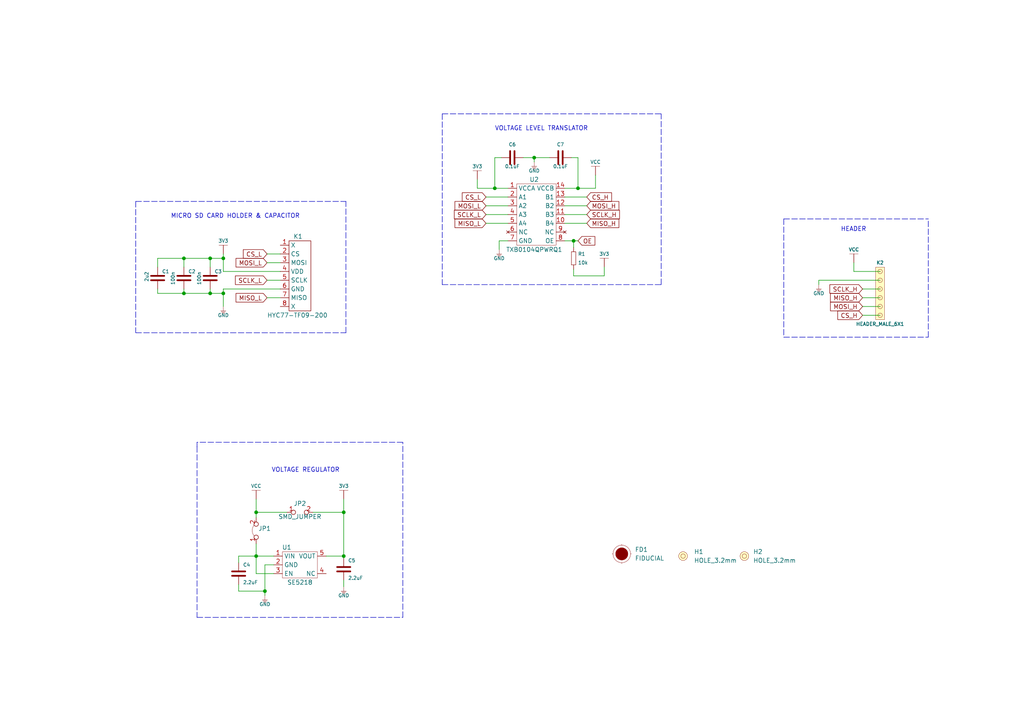
<source format=kicad_sch>
(kicad_sch (version 20210621) (generator eeschema)

  (uuid 115a1352-8b56-4f18-9fd0-2d685f329376)

  (paper "A4")

  (title_block
    (title "microSD breakout")
    (date "2021-07-26")
    (rev "V1.0.0.")
    (company "SOLDERED")
    (comment 1 "333050")
  )

  (lib_symbols
    (symbol "e-radionica.com schematics:0603C" (pin_numbers hide) (pin_names (offset 0.002)) (in_bom yes) (on_board yes)
      (property "Reference" "C" (id 0) (at -0.635 3.175 0)
        (effects (font (size 1 1)))
      )
      (property "Value" "0603C" (id 1) (at 0 -3.175 0)
        (effects (font (size 1 1)))
      )
      (property "Footprint" "e-radionica.com footprinti:0603C" (id 2) (at 0 0 0)
        (effects (font (size 1 1)) hide)
      )
      (property "Datasheet" "" (id 3) (at 0 0 0)
        (effects (font (size 1 1)) hide)
      )
      (symbol "0603C_0_1"
        (polyline
          (pts
            (xy -0.635 1.905)
            (xy -0.635 -1.905)
          )
          (stroke (width 0.5)) (fill (type none))
        )
        (polyline
          (pts
            (xy 0.635 1.905)
            (xy 0.635 -1.905)
          )
          (stroke (width 0.5)) (fill (type none))
        )
      )
      (symbol "0603C_1_1"
        (pin passive line (at -3.175 0 0) (length 2.54)
          (name "~" (effects (font (size 1.27 1.27))))
          (number "1" (effects (font (size 1.27 1.27))))
        )
        (pin passive line (at 3.175 0 180) (length 2.54)
          (name "~" (effects (font (size 1.27 1.27))))
          (number "2" (effects (font (size 1.27 1.27))))
        )
      )
    )
    (symbol "e-radionica.com schematics:0603R" (pin_numbers hide) (pin_names (offset 0.254)) (in_bom yes) (on_board yes)
      (property "Reference" "R" (id 0) (at -1.905 1.905 0)
        (effects (font (size 1 1)))
      )
      (property "Value" "0603R" (id 1) (at 0 -1.905 0)
        (effects (font (size 1 1)))
      )
      (property "Footprint" "e-radionica.com footprinti:0603R" (id 2) (at -0.635 1.905 0)
        (effects (font (size 1 1)) hide)
      )
      (property "Datasheet" "" (id 3) (at -0.635 1.905 0)
        (effects (font (size 1 1)) hide)
      )
      (symbol "0603R_0_1"
        (rectangle (start -1.905 -0.635) (end 1.905 -0.6604)
          (stroke (width 0.1)) (fill (type none))
        )
        (rectangle (start -1.905 0.635) (end -1.8796 -0.635)
          (stroke (width 0.1)) (fill (type none))
        )
        (rectangle (start -1.905 0.635) (end 1.905 0.6096)
          (stroke (width 0.1)) (fill (type none))
        )
        (rectangle (start 1.905 0.635) (end 1.9304 -0.635)
          (stroke (width 0.1)) (fill (type none))
        )
      )
      (symbol "0603R_1_1"
        (pin passive line (at -3.175 0 0) (length 1.27)
          (name "~" (effects (font (size 1.27 1.27))))
          (number "1" (effects (font (size 1.27 1.27))))
        )
        (pin passive line (at 3.175 0 180) (length 1.27)
          (name "~" (effects (font (size 1.27 1.27))))
          (number "2" (effects (font (size 1.27 1.27))))
        )
      )
    )
    (symbol "e-radionica.com schematics:3V3" (power) (pin_names (offset 0)) (in_bom yes) (on_board yes)
      (property "Reference" "#PWR" (id 0) (at 4.445 0 0)
        (effects (font (size 1 1)) hide)
      )
      (property "Value" "3V3" (id 1) (at 0 3.556 0)
        (effects (font (size 1 1)))
      )
      (property "Footprint" "" (id 2) (at 4.445 3.81 0)
        (effects (font (size 1 1)) hide)
      )
      (property "Datasheet" "" (id 3) (at 4.445 3.81 0)
        (effects (font (size 1 1)) hide)
      )
      (property "ki_keywords" "power-flag" (id 4) (at 0 0 0)
        (effects (font (size 1.27 1.27)) hide)
      )
      (property "ki_description" "Power symbol creates a global label with name \"+3V3\"" (id 5) (at 0 0 0)
        (effects (font (size 1.27 1.27)) hide)
      )
      (symbol "3V3_0_1"
        (polyline
          (pts
            (xy -1.27 2.54)
            (xy 1.27 2.54)
          )
          (stroke (width 0.0006)) (fill (type none))
        )
        (polyline
          (pts
            (xy 0 0)
            (xy 0 2.54)
          )
          (stroke (width 0)) (fill (type none))
        )
      )
      (symbol "3V3_1_1"
        (pin power_in line (at 0 0 90) (length 0) hide
          (name "3V3" (effects (font (size 1.27 1.27))))
          (number "1" (effects (font (size 1.27 1.27))))
        )
      )
    )
    (symbol "e-radionica.com schematics:FIDUCIAL" (in_bom no) (on_board yes)
      (property "Reference" "FD" (id 0) (at 0 3.81 0)
        (effects (font (size 1.27 1.27)))
      )
      (property "Value" "FIDUCIAL" (id 1) (at 0 -3.81 0)
        (effects (font (size 1.27 1.27)))
      )
      (property "Footprint" "e-radionica.com footprinti:FIDUCIAL_23" (id 2) (at 0.254 -5.334 0)
        (effects (font (size 1.27 1.27)) hide)
      )
      (property "Datasheet" "" (id 3) (at 0 0 0)
        (effects (font (size 1.27 1.27)) hide)
      )
      (symbol "FIDUCIAL_0_1"
        (circle (center 0 0) (radius 2.54) (stroke (width 0.0006)) (fill (type none)))
        (circle (center 0 0) (radius 1.7961) (stroke (width 0.001)) (fill (type outline)))
        (polyline
          (pts
            (xy -2.54 0)
            (xy -2.794 0)
          )
          (stroke (width 0.0006)) (fill (type none))
        )
        (polyline
          (pts
            (xy 0 -2.54)
            (xy 0 -2.794)
          )
          (stroke (width 0.0006)) (fill (type none))
        )
        (polyline
          (pts
            (xy 0 2.54)
            (xy 0 2.794)
          )
          (stroke (width 0.0006)) (fill (type none))
        )
        (polyline
          (pts
            (xy 2.54 0)
            (xy 2.794 0)
          )
          (stroke (width 0.0006)) (fill (type none))
        )
      )
    )
    (symbol "e-radionica.com schematics:GND" (power) (pin_names (offset 0)) (in_bom yes) (on_board yes)
      (property "Reference" "#PWR" (id 0) (at 4.445 0 0)
        (effects (font (size 1 1)) hide)
      )
      (property "Value" "GND" (id 1) (at 0 -2.921 0)
        (effects (font (size 1 1)))
      )
      (property "Footprint" "" (id 2) (at 4.445 3.81 0)
        (effects (font (size 1 1)) hide)
      )
      (property "Datasheet" "" (id 3) (at 4.445 3.81 0)
        (effects (font (size 1 1)) hide)
      )
      (property "ki_keywords" "power-flag" (id 4) (at 0 0 0)
        (effects (font (size 1.27 1.27)) hide)
      )
      (property "ki_description" "Power symbol creates a global label with name \"+3V3\"" (id 5) (at 0 0 0)
        (effects (font (size 1.27 1.27)) hide)
      )
      (symbol "GND_0_1"
        (polyline
          (pts
            (xy -0.762 -1.27)
            (xy 0.762 -1.27)
          )
          (stroke (width 0.0006)) (fill (type none))
        )
        (polyline
          (pts
            (xy -0.635 -1.524)
            (xy 0.635 -1.524)
          )
          (stroke (width 0.0006)) (fill (type none))
        )
        (polyline
          (pts
            (xy -0.381 -1.778)
            (xy 0.381 -1.778)
          )
          (stroke (width 0.0006)) (fill (type none))
        )
        (polyline
          (pts
            (xy -0.127 -2.032)
            (xy 0.127 -2.032)
          )
          (stroke (width 0.0006)) (fill (type none))
        )
        (polyline
          (pts
            (xy 0 0)
            (xy 0 -1.27)
          )
          (stroke (width 0.0006)) (fill (type none))
        )
      )
      (symbol "GND_1_1"
        (pin power_in line (at 0 0 270) (length 0) hide
          (name "GND" (effects (font (size 1.27 1.27))))
          (number "1" (effects (font (size 1.27 1.27))))
        )
      )
    )
    (symbol "e-radionica.com schematics:HEADER_MALE_6X1" (pin_numbers hide) (pin_names hide) (in_bom yes) (on_board yes)
      (property "Reference" "K" (id 0) (at -0.635 10.16 0)
        (effects (font (size 1 1)))
      )
      (property "Value" "HEADER_MALE_6X1" (id 1) (at 1.27 -7.62 0)
        (effects (font (size 1 1)))
      )
      (property "Footprint" "e-radionica.com footprinti:HEADER_MALE_6X1" (id 2) (at 0 0 0)
        (effects (font (size 1 1)) hide)
      )
      (property "Datasheet" "" (id 3) (at 0 0 0)
        (effects (font (size 1 1)) hide)
      )
      (symbol "HEADER_MALE_6X1_0_1"
        (circle (center 0 -5.08) (radius 0.635) (stroke (width 0.0006)) (fill (type none)))
        (circle (center 0 -2.54) (radius 0.635) (stroke (width 0.0006)) (fill (type none)))
        (circle (center 0 0) (radius 0.635) (stroke (width 0.0006)) (fill (type none)))
        (circle (center 0 2.54) (radius 0.635) (stroke (width 0.0006)) (fill (type none)))
        (circle (center 0 5.08) (radius 0.635) (stroke (width 0.0006)) (fill (type none)))
        (circle (center 0 7.62) (radius 0.635) (stroke (width 0.0006)) (fill (type none)))
        (rectangle (start 1.27 -6.35) (end -1.27 8.89)
          (stroke (width 0.001)) (fill (type background))
        )
      )
      (symbol "HEADER_MALE_6X1_1_1"
        (pin passive line (at 0 -5.08 180) (length 0)
          (name "~" (effects (font (size 0.991 0.991))))
          (number "1" (effects (font (size 0.991 0.991))))
        )
        (pin passive line (at 0 -2.54 180) (length 0)
          (name "~" (effects (font (size 0.991 0.991))))
          (number "2" (effects (font (size 0.991 0.991))))
        )
        (pin passive line (at 0 0 180) (length 0)
          (name "~" (effects (font (size 0.991 0.991))))
          (number "3" (effects (font (size 0.991 0.991))))
        )
        (pin passive line (at 0 2.54 180) (length 0)
          (name "~" (effects (font (size 0.991 0.991))))
          (number "4" (effects (font (size 0.991 0.991))))
        )
        (pin passive line (at 0 5.08 180) (length 0)
          (name "~" (effects (font (size 0.991 0.991))))
          (number "5" (effects (font (size 0.991 0.991))))
        )
        (pin passive line (at 0 7.62 180) (length 0)
          (name "~" (effects (font (size 0.991 0.991))))
          (number "6" (effects (font (size 0.991 0.991))))
        )
      )
    )
    (symbol "e-radionica.com schematics:HOLE_3.2mm" (pin_numbers hide) (pin_names hide) (in_bom yes) (on_board yes)
      (property "Reference" "H" (id 0) (at 0 2.54 0)
        (effects (font (size 1.27 1.27)))
      )
      (property "Value" "HOLE_3.2mm" (id 1) (at 0 -2.54 0)
        (effects (font (size 1.27 1.27)))
      )
      (property "Footprint" "e-radionica.com footprinti:HOLE_3.2mm" (id 2) (at 0 0 0)
        (effects (font (size 1.27 1.27)) hide)
      )
      (property "Datasheet" "" (id 3) (at 0 0 0)
        (effects (font (size 1.27 1.27)) hide)
      )
      (symbol "HOLE_3.2mm_0_1"
        (circle (center 0 0) (radius 0.635) (stroke (width 0.0006)) (fill (type none)))
        (circle (center 0 0) (radius 1.27) (stroke (width 0.001)) (fill (type background)))
      )
    )
    (symbol "e-radionica.com schematics:HYC77-TF09-200" (in_bom yes) (on_board yes)
      (property "Reference" "K" (id 0) (at 0 11.43 0)
        (effects (font (size 1.27 1.27)))
      )
      (property "Value" "HYC77-TF09-200" (id 1) (at 0 -11.43 0)
        (effects (font (size 1.27 1.27)))
      )
      (property "Footprint" "e-radionica.com footprinti:HYC77-TF09-200" (id 2) (at 0 -13.97 0)
        (effects (font (size 1.27 1.27)) hide)
      )
      (property "Datasheet" "" (id 3) (at -1.27 5.08 0)
        (effects (font (size 1.27 1.27)) hide)
      )
      (property "ki_keywords" "micro SD card holder" (id 4) (at 0 0 0)
        (effects (font (size 1.27 1.27)) hide)
      )
      (property "ki_description" "Micro SDcard holder" (id 5) (at 0 0 0)
        (effects (font (size 1.27 1.27)) hide)
      )
      (symbol "HYC77-TF09-200_0_1"
        (rectangle (start -2.54 10.16) (end 3.81 -10.16)
          (stroke (width 0.1524)) (fill (type none))
        )
      )
      (symbol "HYC77-TF09-200_1_1"
        (pin bidirectional line (at -5.08 8.89 0) (length 2.54)
          (name "X" (effects (font (size 1.27 1.27))))
          (number "1" (effects (font (size 1.27 1.27))))
        )
        (pin bidirectional line (at -5.08 6.35 0) (length 2.54)
          (name "CS" (effects (font (size 1.27 1.27))))
          (number "2" (effects (font (size 1.27 1.27))))
        )
        (pin bidirectional line (at -5.08 3.81 0) (length 2.54)
          (name "MOSI" (effects (font (size 1.27 1.27))))
          (number "3" (effects (font (size 1.27 1.27))))
        )
        (pin bidirectional line (at -5.08 1.27 0) (length 2.54)
          (name "VDD" (effects (font (size 1.27 1.27))))
          (number "4" (effects (font (size 1.27 1.27))))
        )
        (pin bidirectional line (at -5.08 -1.27 0) (length 2.54)
          (name "SCLK" (effects (font (size 1.27 1.27))))
          (number "5" (effects (font (size 1.27 1.27))))
        )
        (pin bidirectional line (at -5.08 -3.81 0) (length 2.54)
          (name "GND" (effects (font (size 1.27 1.27))))
          (number "6" (effects (font (size 1.27 1.27))))
        )
        (pin bidirectional line (at -5.08 -6.35 0) (length 2.54)
          (name "MISO" (effects (font (size 1.27 1.27))))
          (number "7" (effects (font (size 1.27 1.27))))
        )
        (pin bidirectional line (at -5.08 -8.89 0) (length 2.54)
          (name "X" (effects (font (size 1.27 1.27))))
          (number "8" (effects (font (size 1.27 1.27))))
        )
      )
    )
    (symbol "e-radionica.com schematics:SE5218" (in_bom yes) (on_board yes)
      (property "Reference" "U" (id 0) (at -3.81 5.08 0)
        (effects (font (size 1.27 1.27)))
      )
      (property "Value" "SE5218" (id 1) (at 0 -5.08 0)
        (effects (font (size 1.27 1.27)))
      )
      (property "Footprint" "e-radionica.com footprinti:SOT-23-5" (id 2) (at 0 0 0)
        (effects (font (size 1.27 1.27)) hide)
      )
      (property "Datasheet" "" (id 3) (at 0 0 0)
        (effects (font (size 1.27 1.27)) hide)
      )
      (symbol "SE5218_0_1"
        (rectangle (start -5.08 3.81) (end 5.08 -3.81)
          (stroke (width 0.0006)) (fill (type none))
        )
      )
      (symbol "SE5218_1_1"
        (pin power_in line (at -7.62 2.54 0) (length 2.54)
          (name "VIN" (effects (font (size 1.27 1.27))))
          (number "1" (effects (font (size 1.27 1.27))))
        )
        (pin power_in line (at -7.62 0 0) (length 2.54)
          (name "GND" (effects (font (size 1.27 1.27))))
          (number "2" (effects (font (size 1.27 1.27))))
        )
        (pin input line (at -7.62 -2.54 0) (length 2.54)
          (name "EN" (effects (font (size 1.27 1.27))))
          (number "3" (effects (font (size 1.27 1.27))))
        )
        (pin passive line (at 7.62 -2.54 180) (length 2.54)
          (name "NC" (effects (font (size 1.27 1.27))))
          (number "4" (effects (font (size 1.27 1.27))))
        )
        (pin power_out line (at 7.62 2.54 180) (length 2.54)
          (name "VOUT" (effects (font (size 1.27 1.27))))
          (number "5" (effects (font (size 1.27 1.27))))
        )
      )
    )
    (symbol "e-radionica.com schematics:SMD-JUMPER-CONNECTED_TRACE_SLODERMASK" (in_bom yes) (on_board yes)
      (property "Reference" "JP" (id 0) (at 0 3.556 0)
        (effects (font (size 1.27 1.27)))
      )
      (property "Value" "SMD-JUMPER-CONNECTED_TRACE_SLODERMASK" (id 1) (at 0 -2.54 0)
        (effects (font (size 1.27 1.27)))
      )
      (property "Footprint" "e-radionica.com footprinti:SMD-JUMPER-CONNECTED_TRACE_SLODERMASK" (id 2) (at 0 -5.715 0)
        (effects (font (size 1.27 1.27)) hide)
      )
      (property "Datasheet" "" (id 3) (at 0 0 0)
        (effects (font (size 1.27 1.27)) hide)
      )
      (symbol "SMD-JUMPER-CONNECTED_TRACE_SLODERMASK_0_1"
        (arc (start -1.8034 0.5588) (end 1.397 0.5842) (radius (at -0.1875 -1.4124) (length 2.5489) (angles 129.3 51.6))
          (stroke (width 0.0006)) (fill (type none))
        )
      )
      (symbol "SMD-JUMPER-CONNECTED_TRACE_SLODERMASK_1_1"
        (pin passive inverted (at -4.064 0 0) (length 2.54)
          (name "" (effects (font (size 1.27 1.27))))
          (number "1" (effects (font (size 1.27 1.27))))
        )
        (pin passive inverted (at 3.556 0 180) (length 2.54)
          (name "" (effects (font (size 1.27 1.27))))
          (number "2" (effects (font (size 1.27 1.27))))
        )
      )
    )
    (symbol "e-radionica.com schematics:SMD_JUMPER" (in_bom yes) (on_board yes)
      (property "Reference" "JP" (id 0) (at 0 1.397 0)
        (effects (font (size 1.27 1.27)))
      )
      (property "Value" "SMD_JUMPER" (id 1) (at 0.508 -3.048 0)
        (effects (font (size 1.27 1.27)))
      )
      (property "Footprint" "e-radionica.com footprinti:SMD_JUMPER" (id 2) (at 0 0 0)
        (effects (font (size 1.27 1.27)) hide)
      )
      (property "Datasheet" "" (id 3) (at 0 0 0)
        (effects (font (size 1.27 1.27)) hide)
      )
      (symbol "SMD_JUMPER_1_1"
        (pin passive inverted (at -3.81 0 0) (length 2.54)
          (name "" (effects (font (size 1.27 1.27))))
          (number "1" (effects (font (size 1.27 1.27))))
        )
        (pin passive inverted (at 3.81 0 180) (length 2.54)
          (name "" (effects (font (size 1.27 1.27))))
          (number "2" (effects (font (size 1.27 1.27))))
        )
      )
    )
    (symbol "e-radionica.com schematics:TXB0104QPWRQ1" (in_bom yes) (on_board yes)
      (property "Reference" "U" (id 0) (at 0 8.89 0)
        (effects (font (size 1.27 1.27)))
      )
      (property "Value" "TXB0104QPWRQ1" (id 1) (at 0 -11.43 0)
        (effects (font (size 1.27 1.27)))
      )
      (property "Footprint" "e-radionica.com footprinti:TXB0104QPWRQ1" (id 2) (at 0 -13.97 0)
        (effects (font (size 1.27 1.27)) hide)
      )
      (property "Datasheet" "" (id 3) (at 0 0 0)
        (effects (font (size 1.27 1.27)) hide)
      )
      (symbol "TXB0104QPWRQ1_0_1"
        (rectangle (start -5.08 7.62) (end 6.35 -10.16)
          (stroke (width 0.0006)) (fill (type none))
        )
      )
      (symbol "TXB0104QPWRQ1_1_1"
        (pin power_in line (at -7.62 6.35 0) (length 2.54)
          (name "VCCA" (effects (font (size 1.27 1.27))))
          (number "1" (effects (font (size 1.27 1.27))))
        )
        (pin passive line (at 8.89 -3.81 180) (length 2.54)
          (name "B4" (effects (font (size 1.27 1.27))))
          (number "10" (effects (font (size 1.27 1.27))))
        )
        (pin passive line (at 8.89 -1.27 180) (length 2.54)
          (name "B3" (effects (font (size 1.27 1.27))))
          (number "11" (effects (font (size 1.27 1.27))))
        )
        (pin passive line (at 8.89 1.27 180) (length 2.54)
          (name "B2" (effects (font (size 1.27 1.27))))
          (number "12" (effects (font (size 1.27 1.27))))
        )
        (pin passive line (at 8.89 3.81 180) (length 2.54)
          (name "B1" (effects (font (size 1.27 1.27))))
          (number "13" (effects (font (size 1.27 1.27))))
        )
        (pin power_out line (at 8.89 6.35 180) (length 2.54)
          (name "VCCB" (effects (font (size 1.27 1.27))))
          (number "14" (effects (font (size 1.27 1.27))))
        )
        (pin passive line (at -7.62 3.81 0) (length 2.54)
          (name "A1" (effects (font (size 1.27 1.27))))
          (number "2" (effects (font (size 1.27 1.27))))
        )
        (pin passive line (at -7.62 1.27 0) (length 2.54)
          (name "A2" (effects (font (size 1.27 1.27))))
          (number "3" (effects (font (size 1.27 1.27))))
        )
        (pin passive line (at -7.62 -1.27 0) (length 2.54)
          (name "A3" (effects (font (size 1.27 1.27))))
          (number "4" (effects (font (size 1.27 1.27))))
        )
        (pin passive line (at -7.62 -3.81 0) (length 2.54)
          (name "A4" (effects (font (size 1.27 1.27))))
          (number "5" (effects (font (size 1.27 1.27))))
        )
        (pin no_connect line (at -7.62 -6.35 0) (length 2.54)
          (name "NC" (effects (font (size 1.27 1.27))))
          (number "6" (effects (font (size 1.27 1.27))))
        )
        (pin passive line (at -7.62 -8.89 0) (length 2.54)
          (name "GND" (effects (font (size 1.27 1.27))))
          (number "7" (effects (font (size 1.27 1.27))))
        )
        (pin passive line (at 8.89 -8.89 180) (length 2.54)
          (name "OE" (effects (font (size 1.27 1.27))))
          (number "8" (effects (font (size 1.27 1.27))))
        )
        (pin no_connect line (at 8.89 -6.35 180) (length 2.54)
          (name "NC" (effects (font (size 1.27 1.27))))
          (number "9" (effects (font (size 1.27 1.27))))
        )
      )
    )
    (symbol "e-radionica.com schematics:VCC" (power) (pin_names (offset 0)) (in_bom yes) (on_board yes)
      (property "Reference" "#PWR" (id 0) (at 4.445 0 0)
        (effects (font (size 1 1)) hide)
      )
      (property "Value" "VCC" (id 1) (at 0 3.556 0)
        (effects (font (size 1 1)))
      )
      (property "Footprint" "" (id 2) (at 4.445 3.81 0)
        (effects (font (size 1 1)) hide)
      )
      (property "Datasheet" "" (id 3) (at 4.445 3.81 0)
        (effects (font (size 1 1)) hide)
      )
      (property "ki_keywords" "power-flag" (id 4) (at 0 0 0)
        (effects (font (size 1.27 1.27)) hide)
      )
      (property "ki_description" "Power symbol creates a global label with name \"VCC\"" (id 5) (at 0 0 0)
        (effects (font (size 1.27 1.27)) hide)
      )
      (symbol "VCC_0_1"
        (polyline
          (pts
            (xy -1.27 2.54)
            (xy 1.27 2.54)
          )
          (stroke (width 0.0006)) (fill (type none))
        )
        (polyline
          (pts
            (xy 0 0)
            (xy 0 2.54)
          )
          (stroke (width 0)) (fill (type none))
        )
      )
      (symbol "VCC_1_1"
        (pin power_in line (at 0 0 90) (length 0) hide
          (name "VCC" (effects (font (size 1.27 1.27))))
          (number "1" (effects (font (size 1.27 1.27))))
        )
      )
    )
  )

  (junction (at 53.34 74.93) (diameter 0.9144) (color 0 0 0 0))
  (junction (at 53.34 85.09) (diameter 0.9144) (color 0 0 0 0))
  (junction (at 60.96 74.93) (diameter 0.9144) (color 0 0 0 0))
  (junction (at 60.96 85.09) (diameter 0.9144) (color 0 0 0 0))
  (junction (at 64.77 74.93) (diameter 0.9144) (color 0 0 0 0))
  (junction (at 64.77 85.09) (diameter 0.9144) (color 0 0 0 0))
  (junction (at 74.295 148.59) (diameter 0.9144) (color 0 0 0 0))
  (junction (at 74.295 161.29) (diameter 0.9144) (color 0 0 0 0))
  (junction (at 76.835 171.45) (diameter 0.9144) (color 0 0 0 0))
  (junction (at 99.695 148.59) (diameter 0.9144) (color 0 0 0 0))
  (junction (at 99.695 161.29) (diameter 0.9144) (color 0 0 0 0))
  (junction (at 143.51 54.61) (diameter 0.9144) (color 0 0 0 0))
  (junction (at 154.94 45.72) (diameter 0.9144) (color 0 0 0 0))
  (junction (at 166.37 69.85) (diameter 0.9144) (color 0 0 0 0))
  (junction (at 167.64 54.61) (diameter 0.9144) (color 0 0 0 0))

  (wire (pts (xy 45.72 74.93) (xy 53.34 74.93))
    (stroke (width 0) (type solid) (color 0 0 0 0))
    (uuid 43e7e44a-53f0-49b0-8c04-908b586655cd)
  )
  (wire (pts (xy 45.72 77.47) (xy 45.72 74.93))
    (stroke (width 0) (type solid) (color 0 0 0 0))
    (uuid 43e7e44a-53f0-49b0-8c04-908b586655cd)
  )
  (wire (pts (xy 45.72 83.82) (xy 45.72 85.09))
    (stroke (width 0) (type solid) (color 0 0 0 0))
    (uuid 8e702ed5-ceb2-4c08-a9ca-8537c9060236)
  )
  (wire (pts (xy 45.72 85.09) (xy 53.34 85.09))
    (stroke (width 0) (type solid) (color 0 0 0 0))
    (uuid 8e702ed5-ceb2-4c08-a9ca-8537c9060236)
  )
  (wire (pts (xy 53.34 74.93) (xy 53.34 77.47))
    (stroke (width 0) (type solid) (color 0 0 0 0))
    (uuid c0c0bd66-01f8-4a14-b313-82ddfcd261ca)
  )
  (wire (pts (xy 53.34 74.93) (xy 60.96 74.93))
    (stroke (width 0) (type solid) (color 0 0 0 0))
    (uuid 43e7e44a-53f0-49b0-8c04-908b586655cd)
  )
  (wire (pts (xy 53.34 83.82) (xy 53.34 85.09))
    (stroke (width 0) (type solid) (color 0 0 0 0))
    (uuid 38916f1a-bb8d-4efd-921d-b74a8cbd8e3f)
  )
  (wire (pts (xy 53.34 85.09) (xy 60.96 85.09))
    (stroke (width 0) (type solid) (color 0 0 0 0))
    (uuid 8e702ed5-ceb2-4c08-a9ca-8537c9060236)
  )
  (wire (pts (xy 60.96 74.93) (xy 60.96 77.47))
    (stroke (width 0) (type solid) (color 0 0 0 0))
    (uuid 860783ef-1d6c-48a1-b241-10dc3d3a5e3a)
  )
  (wire (pts (xy 60.96 74.93) (xy 64.77 74.93))
    (stroke (width 0) (type solid) (color 0 0 0 0))
    (uuid 43e7e44a-53f0-49b0-8c04-908b586655cd)
  )
  (wire (pts (xy 60.96 83.82) (xy 60.96 85.09))
    (stroke (width 0) (type solid) (color 0 0 0 0))
    (uuid 72e767ae-06a8-4ed0-bf7f-5b24b4dc5fc3)
  )
  (wire (pts (xy 60.96 85.09) (xy 64.77 85.09))
    (stroke (width 0) (type solid) (color 0 0 0 0))
    (uuid 8e702ed5-ceb2-4c08-a9ca-8537c9060236)
  )
  (wire (pts (xy 64.77 73.66) (xy 64.77 74.93))
    (stroke (width 0) (type solid) (color 0 0 0 0))
    (uuid 05c41e9d-f3e3-4404-9acd-0493d6bdf61f)
  )
  (wire (pts (xy 64.77 74.93) (xy 64.77 78.74))
    (stroke (width 0) (type solid) (color 0 0 0 0))
    (uuid 05c41e9d-f3e3-4404-9acd-0493d6bdf61f)
  )
  (wire (pts (xy 64.77 78.74) (xy 81.28 78.74))
    (stroke (width 0) (type solid) (color 0 0 0 0))
    (uuid 64b8eb81-9859-45f6-9f94-05235e658f9d)
  )
  (wire (pts (xy 64.77 83.82) (xy 64.77 85.09))
    (stroke (width 0) (type solid) (color 0 0 0 0))
    (uuid 4e89eb2e-3b99-4a39-83c9-04a7ded46719)
  )
  (wire (pts (xy 64.77 83.82) (xy 81.28 83.82))
    (stroke (width 0) (type solid) (color 0 0 0 0))
    (uuid 70ae8060-5953-47b8-9e1b-22885030bf7d)
  )
  (wire (pts (xy 64.77 85.09) (xy 64.77 88.9))
    (stroke (width 0) (type solid) (color 0 0 0 0))
    (uuid 4e89eb2e-3b99-4a39-83c9-04a7ded46719)
  )
  (wire (pts (xy 69.215 161.29) (xy 74.295 161.29))
    (stroke (width 0) (type solid) (color 0 0 0 0))
    (uuid d616fb9d-3acb-40ae-a868-0a99889038f8)
  )
  (wire (pts (xy 69.215 163.195) (xy 69.215 161.29))
    (stroke (width 0) (type solid) (color 0 0 0 0))
    (uuid 1b915055-9788-4f5b-a0d7-5b760b150566)
  )
  (wire (pts (xy 69.215 169.545) (xy 69.215 171.45))
    (stroke (width 0) (type solid) (color 0 0 0 0))
    (uuid 06a20fc9-0d85-4705-8fda-3d8af142a422)
  )
  (wire (pts (xy 69.215 171.45) (xy 76.835 171.45))
    (stroke (width 0) (type solid) (color 0 0 0 0))
    (uuid d382c9e8-d279-4203-ae2b-7878a3e9a84a)
  )
  (wire (pts (xy 74.295 144.78) (xy 74.295 148.59))
    (stroke (width 0) (type solid) (color 0 0 0 0))
    (uuid cdd40a4f-d8c3-4b2e-950c-3e9de9ba4f3a)
  )
  (wire (pts (xy 74.295 148.59) (xy 74.295 150.114))
    (stroke (width 0) (type solid) (color 0 0 0 0))
    (uuid 242e5866-3163-49fd-8586-185e627db845)
  )
  (wire (pts (xy 74.295 148.59) (xy 83.185 148.59))
    (stroke (width 0) (type solid) (color 0 0 0 0))
    (uuid 20e1afc5-b8e1-4106-acb5-1950f39358e1)
  )
  (wire (pts (xy 74.295 157.734) (xy 74.295 161.29))
    (stroke (width 0) (type solid) (color 0 0 0 0))
    (uuid 93c95e45-9c7c-4754-9e67-bed326bd2abc)
  )
  (wire (pts (xy 74.295 166.37) (xy 74.295 161.29))
    (stroke (width 0) (type solid) (color 0 0 0 0))
    (uuid 3a5fcea7-6d2d-4dc3-b77a-31f99aa63377)
  )
  (wire (pts (xy 76.835 163.83) (xy 76.835 171.45))
    (stroke (width 0) (type solid) (color 0 0 0 0))
    (uuid 010f05fa-91fa-44cd-ab9f-009067dc8ac6)
  )
  (wire (pts (xy 76.835 171.45) (xy 76.835 172.72))
    (stroke (width 0) (type solid) (color 0 0 0 0))
    (uuid b22d816a-3d51-4b09-a52f-83f8d2ed5bc7)
  )
  (wire (pts (xy 77.47 73.66) (xy 81.28 73.66))
    (stroke (width 0) (type solid) (color 0 0 0 0))
    (uuid b0a9876b-c709-48c5-9909-3abcdfac7b23)
  )
  (wire (pts (xy 77.47 76.2) (xy 81.28 76.2))
    (stroke (width 0) (type solid) (color 0 0 0 0))
    (uuid 360b2398-feff-4089-9d6e-6020051a38e2)
  )
  (wire (pts (xy 77.47 81.28) (xy 81.28 81.28))
    (stroke (width 0) (type solid) (color 0 0 0 0))
    (uuid 317ee23e-7f5d-4689-9226-a57f6836cb4f)
  )
  (wire (pts (xy 77.47 86.36) (xy 81.28 86.36))
    (stroke (width 0) (type solid) (color 0 0 0 0))
    (uuid e6d1b4c8-f862-4b86-aa34-cd0d6c32b91b)
  )
  (wire (pts (xy 79.375 161.29) (xy 74.295 161.29))
    (stroke (width 0) (type solid) (color 0 0 0 0))
    (uuid e546d0dc-e308-4968-ad55-fdd60e23743c)
  )
  (wire (pts (xy 79.375 163.83) (xy 76.835 163.83))
    (stroke (width 0) (type solid) (color 0 0 0 0))
    (uuid aaac2870-99c9-4228-a83e-f5b87aabd1e4)
  )
  (wire (pts (xy 79.375 166.37) (xy 74.295 166.37))
    (stroke (width 0) (type solid) (color 0 0 0 0))
    (uuid 8799f8bf-3e9b-4d61-bcdb-4bae5b237c32)
  )
  (wire (pts (xy 90.805 148.59) (xy 99.695 148.59))
    (stroke (width 0) (type solid) (color 0 0 0 0))
    (uuid 1f2c5622-276d-4581-ae0b-1a50a24064dc)
  )
  (wire (pts (xy 94.615 161.29) (xy 99.695 161.29))
    (stroke (width 0) (type solid) (color 0 0 0 0))
    (uuid 769388dc-720b-415a-b2dc-bc2714df9a36)
  )
  (wire (pts (xy 99.695 148.59) (xy 99.695 144.78))
    (stroke (width 0) (type solid) (color 0 0 0 0))
    (uuid 97e20cbc-5ecb-4a49-83f3-7bf3dd124c0e)
  )
  (wire (pts (xy 99.695 148.59) (xy 99.695 161.29))
    (stroke (width 0) (type solid) (color 0 0 0 0))
    (uuid 1abc8d04-18a6-42bd-b37a-841faf0c82fa)
  )
  (wire (pts (xy 99.695 161.29) (xy 99.695 161.925))
    (stroke (width 0) (type solid) (color 0 0 0 0))
    (uuid 533734f3-2e47-480d-abd4-e242c6e48a8f)
  )
  (wire (pts (xy 99.695 168.275) (xy 99.695 170.18))
    (stroke (width 0) (type solid) (color 0 0 0 0))
    (uuid a054ca3b-3735-4ad3-b897-7b7b3e79acbf)
  )
  (wire (pts (xy 138.43 52.07) (xy 138.43 54.61))
    (stroke (width 0) (type solid) (color 0 0 0 0))
    (uuid c3b80e34-2628-4332-8928-1871da2c86ab)
  )
  (wire (pts (xy 138.43 54.61) (xy 143.51 54.61))
    (stroke (width 0) (type solid) (color 0 0 0 0))
    (uuid c3b80e34-2628-4332-8928-1871da2c86ab)
  )
  (wire (pts (xy 140.97 57.15) (xy 147.32 57.15))
    (stroke (width 0) (type solid) (color 0 0 0 0))
    (uuid 1370a1f8-7393-48cc-a90a-0b7e1bafdf48)
  )
  (wire (pts (xy 140.97 59.69) (xy 147.32 59.69))
    (stroke (width 0) (type solid) (color 0 0 0 0))
    (uuid 5e4bbcab-21f5-466d-b0a5-8b2f865188f9)
  )
  (wire (pts (xy 140.97 62.23) (xy 147.32 62.23))
    (stroke (width 0) (type solid) (color 0 0 0 0))
    (uuid 129e9912-5235-4e34-959a-a5c2fcfde881)
  )
  (wire (pts (xy 140.97 64.77) (xy 147.32 64.77))
    (stroke (width 0) (type solid) (color 0 0 0 0))
    (uuid 92dee54a-98cb-42c7-a42f-7a41d667e56c)
  )
  (wire (pts (xy 143.51 45.72) (xy 143.51 54.61))
    (stroke (width 0) (type solid) (color 0 0 0 0))
    (uuid d61f27f6-036c-4872-86c7-fe45e539f21e)
  )
  (wire (pts (xy 143.51 45.72) (xy 145.415 45.72))
    (stroke (width 0) (type solid) (color 0 0 0 0))
    (uuid 34a5049f-5456-4137-9ada-a8bf331a4f0a)
  )
  (wire (pts (xy 143.51 54.61) (xy 147.32 54.61))
    (stroke (width 0) (type solid) (color 0 0 0 0))
    (uuid 21e8e62c-3d87-472e-ad7f-4f85588c7022)
  )
  (wire (pts (xy 144.78 69.85) (xy 144.78 72.39))
    (stroke (width 0) (type solid) (color 0 0 0 0))
    (uuid 024d48f3-7f2f-4536-8f12-aaed2568615a)
  )
  (wire (pts (xy 147.32 69.85) (xy 144.78 69.85))
    (stroke (width 0) (type solid) (color 0 0 0 0))
    (uuid 25a51912-2441-4c30-b6cb-834db79a0087)
  )
  (wire (pts (xy 151.765 45.72) (xy 154.94 45.72))
    (stroke (width 0) (type solid) (color 0 0 0 0))
    (uuid 3211ca24-f7b2-4c69-ba3d-67c646228e97)
  )
  (wire (pts (xy 154.94 45.72) (xy 154.94 46.99))
    (stroke (width 0) (type solid) (color 0 0 0 0))
    (uuid b4ba13ef-22cf-4d3f-a353-7b74f5f47b85)
  )
  (wire (pts (xy 159.385 45.72) (xy 154.94 45.72))
    (stroke (width 0) (type solid) (color 0 0 0 0))
    (uuid fb2e7071-208a-4b11-ab7b-433f4d6f314c)
  )
  (wire (pts (xy 163.83 54.61) (xy 167.64 54.61))
    (stroke (width 0) (type solid) (color 0 0 0 0))
    (uuid cae263f6-b58b-45ff-bb61-7062084d6a19)
  )
  (wire (pts (xy 163.83 57.15) (xy 170.18 57.15))
    (stroke (width 0) (type solid) (color 0 0 0 0))
    (uuid c30682b8-0715-441b-a915-49ea790c8621)
  )
  (wire (pts (xy 163.83 59.69) (xy 170.18 59.69))
    (stroke (width 0) (type solid) (color 0 0 0 0))
    (uuid e203823d-8ed0-4ffa-890d-0259540e8063)
  )
  (wire (pts (xy 163.83 62.23) (xy 170.18 62.23))
    (stroke (width 0) (type solid) (color 0 0 0 0))
    (uuid 52ea0351-4dd6-4b74-b6e2-44ac76c22829)
  )
  (wire (pts (xy 163.83 64.77) (xy 170.18 64.77))
    (stroke (width 0) (type solid) (color 0 0 0 0))
    (uuid e2273ad4-8774-4730-ad72-8e090ca73324)
  )
  (wire (pts (xy 163.83 69.85) (xy 166.37 69.85))
    (stroke (width 0) (type solid) (color 0 0 0 0))
    (uuid 1b694c80-4140-49de-9030-6f5e286a9da7)
  )
  (wire (pts (xy 165.735 45.72) (xy 167.64 45.72))
    (stroke (width 0) (type solid) (color 0 0 0 0))
    (uuid 514ecd0d-6440-4dd4-840c-4c8486c0f6b2)
  )
  (wire (pts (xy 166.37 69.85) (xy 166.37 71.755))
    (stroke (width 0) (type solid) (color 0 0 0 0))
    (uuid ba7aaaf0-7364-448b-82e7-16799302cd7e)
  )
  (wire (pts (xy 166.37 69.85) (xy 167.64 69.85))
    (stroke (width 0) (type solid) (color 0 0 0 0))
    (uuid 9234bdf6-bcdc-42f0-84fd-3f877b69c1e1)
  )
  (wire (pts (xy 166.37 78.105) (xy 166.37 80.01))
    (stroke (width 0) (type solid) (color 0 0 0 0))
    (uuid fcd54102-6ee0-443b-a293-f60839e2b20c)
  )
  (wire (pts (xy 166.37 80.01) (xy 175.26 80.01))
    (stroke (width 0) (type solid) (color 0 0 0 0))
    (uuid a2a7b8bb-d184-4325-9381-ccc273d9d7df)
  )
  (wire (pts (xy 167.64 45.72) (xy 167.64 54.61))
    (stroke (width 0) (type solid) (color 0 0 0 0))
    (uuid 5078e03a-b797-40bd-abbc-ea9ac6b1fee3)
  )
  (wire (pts (xy 172.72 50.8) (xy 172.72 54.61))
    (stroke (width 0) (type solid) (color 0 0 0 0))
    (uuid 69e5b445-f962-4d4d-9e0c-992adc4320be)
  )
  (wire (pts (xy 172.72 54.61) (xy 167.64 54.61))
    (stroke (width 0) (type solid) (color 0 0 0 0))
    (uuid 69e5b445-f962-4d4d-9e0c-992adc4320be)
  )
  (wire (pts (xy 175.26 80.01) (xy 175.26 77.47))
    (stroke (width 0) (type solid) (color 0 0 0 0))
    (uuid a2a7b8bb-d184-4325-9381-ccc273d9d7df)
  )
  (wire (pts (xy 237.49 81.28) (xy 255.27 81.28))
    (stroke (width 0) (type solid) (color 0 0 0 0))
    (uuid 8081c929-72b2-4f87-bfef-d2afced4b84b)
  )
  (wire (pts (xy 237.49 82.55) (xy 237.49 81.28))
    (stroke (width 0) (type solid) (color 0 0 0 0))
    (uuid 8081c929-72b2-4f87-bfef-d2afced4b84b)
  )
  (wire (pts (xy 247.65 78.74) (xy 247.65 76.2))
    (stroke (width 0) (type solid) (color 0 0 0 0))
    (uuid 36aec550-0291-4cc1-8a9c-e8daade093da)
  )
  (wire (pts (xy 250.19 83.82) (xy 255.27 83.82))
    (stroke (width 0) (type solid) (color 0 0 0 0))
    (uuid 3d696584-7a0a-4b47-8ad3-403d558d0487)
  )
  (wire (pts (xy 250.19 86.36) (xy 255.27 86.36))
    (stroke (width 0) (type solid) (color 0 0 0 0))
    (uuid 1c31ce73-1be4-4abc-b54a-0df5e59a1c8d)
  )
  (wire (pts (xy 250.19 88.9) (xy 255.27 88.9))
    (stroke (width 0) (type solid) (color 0 0 0 0))
    (uuid edf2e494-13c2-4a5b-b7e5-fd4fe15d79be)
  )
  (wire (pts (xy 250.19 91.44) (xy 255.27 91.44))
    (stroke (width 0) (type solid) (color 0 0 0 0))
    (uuid b1f70d82-407e-4960-b020-9712249c4091)
  )
  (wire (pts (xy 255.27 78.74) (xy 247.65 78.74))
    (stroke (width 0) (type solid) (color 0 0 0 0))
    (uuid 36aec550-0291-4cc1-8a9c-e8daade093da)
  )
  (polyline (pts (xy 39.37 58.42) (xy 39.37 96.52))
    (stroke (width 0) (type dash) (color 0 0 0 0))
    (uuid f49ccfee-2d01-4fb3-933f-7b886d656798)
  )
  (polyline (pts (xy 39.37 58.42) (xy 100.33 58.42))
    (stroke (width 0) (type dash) (color 0 0 0 0))
    (uuid f49ccfee-2d01-4fb3-933f-7b886d656798)
  )
  (polyline (pts (xy 39.37 96.52) (xy 100.33 96.52))
    (stroke (width 0) (type dash) (color 0 0 0 0))
    (uuid f49ccfee-2d01-4fb3-933f-7b886d656798)
  )
  (polyline (pts (xy 57.15 128.27) (xy 57.15 129.54))
    (stroke (width 0) (type dash) (color 0 0 0 0))
    (uuid 89d0a378-2811-414d-9092-a54027b9a9ca)
  )
  (polyline (pts (xy 57.15 129.54) (xy 57.15 179.07))
    (stroke (width 0) (type dash) (color 0 0 0 0))
    (uuid 89d0a378-2811-414d-9092-a54027b9a9ca)
  )
  (polyline (pts (xy 57.15 179.07) (xy 116.84 179.07))
    (stroke (width 0) (type dash) (color 0 0 0 0))
    (uuid 89d0a378-2811-414d-9092-a54027b9a9ca)
  )
  (polyline (pts (xy 100.33 96.52) (xy 100.33 58.42))
    (stroke (width 0) (type dash) (color 0 0 0 0))
    (uuid f49ccfee-2d01-4fb3-933f-7b886d656798)
  )
  (polyline (pts (xy 116.84 128.27) (xy 57.15 128.27))
    (stroke (width 0) (type dash) (color 0 0 0 0))
    (uuid 89d0a378-2811-414d-9092-a54027b9a9ca)
  )
  (polyline (pts (xy 116.84 179.07) (xy 116.84 128.27))
    (stroke (width 0) (type dash) (color 0 0 0 0))
    (uuid 89d0a378-2811-414d-9092-a54027b9a9ca)
  )
  (polyline (pts (xy 128.27 33.02) (xy 128.27 82.55))
    (stroke (width 0) (type dash) (color 0 0 0 0))
    (uuid 2f9a6ceb-9fe8-4503-a7a9-13b2c4e7d876)
  )
  (polyline (pts (xy 128.27 33.02) (xy 191.77 33.02))
    (stroke (width 0) (type dash) (color 0 0 0 0))
    (uuid 2f9a6ceb-9fe8-4503-a7a9-13b2c4e7d876)
  )
  (polyline (pts (xy 128.27 82.55) (xy 191.77 82.55))
    (stroke (width 0) (type dash) (color 0 0 0 0))
    (uuid 2f9a6ceb-9fe8-4503-a7a9-13b2c4e7d876)
  )
  (polyline (pts (xy 191.77 82.55) (xy 191.77 33.02))
    (stroke (width 0) (type dash) (color 0 0 0 0))
    (uuid 2f9a6ceb-9fe8-4503-a7a9-13b2c4e7d876)
  )
  (polyline (pts (xy 227.33 63.5) (xy 227.33 97.79))
    (stroke (width 0) (type dash) (color 0 0 0 0))
    (uuid df283bd4-2a6d-43cd-b852-df3eef7c33d4)
  )
  (polyline (pts (xy 227.33 63.5) (xy 269.24 63.5))
    (stroke (width 0) (type dash) (color 0 0 0 0))
    (uuid df283bd4-2a6d-43cd-b852-df3eef7c33d4)
  )
  (polyline (pts (xy 227.33 97.79) (xy 269.24 97.79))
    (stroke (width 0) (type dash) (color 0 0 0 0))
    (uuid df283bd4-2a6d-43cd-b852-df3eef7c33d4)
  )
  (polyline (pts (xy 269.24 97.79) (xy 269.24 63.5))
    (stroke (width 0) (type dash) (color 0 0 0 0))
    (uuid df283bd4-2a6d-43cd-b852-df3eef7c33d4)
  )

  (text "MICRO SD CARD HOLDER & CAPACITOR" (at 49.53 63.5 0)
    (effects (font (size 1.27 1.27)) (justify left bottom))
    (uuid 625eb5b3-30b3-460d-94fc-67b45965cfb6)
  )
  (text "VOLTAGE REGULATOR\n" (at 78.74 137.16 0)
    (effects (font (size 1.27 1.27)) (justify left bottom))
    (uuid 65c2ce9a-3cd9-417f-b9da-61c19e23547e)
  )
  (text "VOLTAGE LEVEL TRANSLATOR" (at 143.51 38.1 0)
    (effects (font (size 1.27 1.27)) (justify left bottom))
    (uuid 04342c3c-a5e9-41d1-b68a-c34627f7b537)
  )
  (text "HEADER" (at 243.84 67.31 0)
    (effects (font (size 1.27 1.27)) (justify left bottom))
    (uuid a8b6d066-353c-417d-8321-473c7541e74d)
  )

  (global_label "CS_L" (shape input) (at 77.47 73.66 180) (fields_autoplaced)
    (effects (font (size 1.27 1.27)) (justify right))
    (uuid 8fa5e1fd-931b-4491-90e3-472f360a0827)
    (property "Intersheet References" "${INTERSHEET_REFS}" (id 0) (at 70.5817 73.5806 0)
      (effects (font (size 1.27 1.27)) (justify right) hide)
    )
  )
  (global_label "MOSI_L" (shape input) (at 77.47 76.2 180) (fields_autoplaced)
    (effects (font (size 1.27 1.27)) (justify right))
    (uuid f29bea35-4763-430d-aa4a-d25e7cb8ceab)
    (property "Intersheet References" "${INTERSHEET_REFS}" (id 0) (at 68.465 76.1206 0)
      (effects (font (size 1.27 1.27)) (justify right) hide)
    )
  )
  (global_label "SCLK_L" (shape input) (at 77.47 81.28 180) (fields_autoplaced)
    (effects (font (size 1.27 1.27)) (justify right))
    (uuid 5a0d83bb-8811-413d-9a1c-62fcaba2afc9)
    (property "Intersheet References" "${INTERSHEET_REFS}" (id 0) (at 68.2836 81.2006 0)
      (effects (font (size 1.27 1.27)) (justify right) hide)
    )
  )
  (global_label "MISO_L" (shape input) (at 77.47 86.36 180) (fields_autoplaced)
    (effects (font (size 1.27 1.27)) (justify right))
    (uuid a2e2c0af-56a9-46ca-bd3c-f7dd8fa65e9d)
    (property "Intersheet References" "${INTERSHEET_REFS}" (id 0) (at 68.465 86.2806 0)
      (effects (font (size 1.27 1.27)) (justify right) hide)
    )
  )
  (global_label "CS_L" (shape input) (at 140.97 57.15 180)
    (effects (font (size 1.27 1.27)) (justify right))
    (uuid 49cc60b8-7cc8-4d27-aad0-aabedf00d079)
    (property "Intersheet References" "${INTERSHEET_REFS}" (id 0) (at 134.7348 57.0706 0)
      (effects (font (size 1.27 1.27)) (justify right) hide)
    )
  )
  (global_label "MOSI_L" (shape input) (at 140.97 59.69 180)
    (effects (font (size 1.27 1.27)) (justify right))
    (uuid 07984401-ca2c-4721-bee7-54456ad5fea9)
    (property "Intersheet References" "${INTERSHEET_REFS}" (id 0) (at 134.7348 59.6106 0)
      (effects (font (size 1.27 1.27)) (justify right) hide)
    )
  )
  (global_label "SCLK_L" (shape input) (at 140.97 62.23 180)
    (effects (font (size 1.27 1.27)) (justify right))
    (uuid 567173d9-1504-421b-91c7-88cd411cd059)
    (property "Intersheet References" "${INTERSHEET_REFS}" (id 0) (at 134.7348 62.1506 0)
      (effects (font (size 1.27 1.27)) (justify right) hide)
    )
  )
  (global_label "MISO_L" (shape input) (at 140.97 64.77 180)
    (effects (font (size 1.27 1.27)) (justify right))
    (uuid 9bfed9df-3d89-4daa-b95f-6d4f692cd124)
    (property "Intersheet References" "${INTERSHEET_REFS}" (id 0) (at 134.7348 64.6906 0)
      (effects (font (size 1.27 1.27)) (justify right) hide)
    )
  )
  (global_label "OE" (shape input) (at 167.64 69.85 0)
    (effects (font (size 1.27 1.27)) (justify left))
    (uuid 1d0c91f9-8340-445a-a314-8c8597527831)
    (property "Intersheet References" "${INTERSHEET_REFS}" (id 0) (at 174.0566 69.7706 0)
      (effects (font (size 1.27 1.27)) (justify left) hide)
    )
  )
  (global_label "CS_H" (shape input) (at 170.18 57.15 0)
    (effects (font (size 1.27 1.27)) (justify left))
    (uuid a37a9fa4-70ca-44ab-a68a-c3744ad67a45)
    (property "Intersheet References" "${INTERSHEET_REFS}" (id 0) (at 176.5966 57.0706 0)
      (effects (font (size 1.27 1.27)) (justify left) hide)
    )
  )
  (global_label "MOSI_H" (shape input) (at 170.18 59.69 0)
    (effects (font (size 1.27 1.27)) (justify left))
    (uuid a81b2cd5-0b2a-4323-8b29-ab2ddbecad87)
    (property "Intersheet References" "${INTERSHEET_REFS}" (id 0) (at 176.5966 59.6106 0)
      (effects (font (size 1.27 1.27)) (justify left) hide)
    )
  )
  (global_label "SCLK_H" (shape input) (at 170.18 62.23 0)
    (effects (font (size 1.27 1.27)) (justify left))
    (uuid 6df4e01b-ce8a-4ab7-b7e0-1ed2588aead6)
    (property "Intersheet References" "${INTERSHEET_REFS}" (id 0) (at 176.5966 62.1506 0)
      (effects (font (size 1.27 1.27)) (justify left) hide)
    )
  )
  (global_label "MISO_H" (shape input) (at 170.18 64.77 0)
    (effects (font (size 1.27 1.27)) (justify left))
    (uuid f2310157-884d-4a88-935d-7dd80e6f61a7)
    (property "Intersheet References" "${INTERSHEET_REFS}" (id 0) (at 176.5966 64.6906 0)
      (effects (font (size 1.27 1.27)) (justify left) hide)
    )
  )
  (global_label "SCLK_H" (shape input) (at 250.19 83.82 180)
    (effects (font (size 1.27 1.27)) (justify right))
    (uuid 11747d8b-21c7-4bc1-b429-14a4168ad81d)
    (property "Intersheet References" "${INTERSHEET_REFS}" (id 0) (at 243.7734 83.8994 0)
      (effects (font (size 1.27 1.27)) (justify right) hide)
    )
  )
  (global_label "MISO_H" (shape input) (at 250.19 86.36 180)
    (effects (font (size 1.27 1.27)) (justify right))
    (uuid 9daa7f7d-5c5e-4fd9-b089-2555229c980a)
    (property "Intersheet References" "${INTERSHEET_REFS}" (id 0) (at 243.7734 86.4394 0)
      (effects (font (size 1.27 1.27)) (justify right) hide)
    )
  )
  (global_label "MOSI_H" (shape input) (at 250.19 88.9 180)
    (effects (font (size 1.27 1.27)) (justify right))
    (uuid eee80d31-de23-4a0b-8331-9742d812ebfa)
    (property "Intersheet References" "${INTERSHEET_REFS}" (id 0) (at 243.7734 88.9794 0)
      (effects (font (size 1.27 1.27)) (justify right) hide)
    )
  )
  (global_label "CS_H" (shape input) (at 250.19 91.44 180)
    (effects (font (size 1.27 1.27)) (justify right))
    (uuid 6b442bc3-dfec-4fa4-a0a6-46a20679df3a)
    (property "Intersheet References" "${INTERSHEET_REFS}" (id 0) (at 243.7734 91.5194 0)
      (effects (font (size 1.27 1.27)) (justify right) hide)
    )
  )

  (symbol (lib_id "e-radionica.com schematics:GND") (at 64.77 88.9 0) (unit 1)
    (in_bom yes) (on_board yes)
    (uuid e0c0485c-78b3-47cc-8ee5-129410b23359)
    (property "Reference" "#PWR02" (id 0) (at 69.215 88.9 0)
      (effects (font (size 1 1)) hide)
    )
    (property "Value" "GND" (id 1) (at 64.77 91.44 0)
      (effects (font (size 1 1)))
    )
    (property "Footprint" "" (id 2) (at 69.215 85.09 0)
      (effects (font (size 1 1)) hide)
    )
    (property "Datasheet" "" (id 3) (at 69.215 85.09 0)
      (effects (font (size 1 1)) hide)
    )
    (pin "1" (uuid 35dd075f-af27-44a5-90a9-c6174f1fb91b))
  )

  (symbol (lib_id "e-radionica.com schematics:GND") (at 76.835 172.72 0) (unit 1)
    (in_bom yes) (on_board yes)
    (uuid e74544b1-53c6-4197-9d7c-63aa60ecc234)
    (property "Reference" "#PWR04" (id 0) (at 81.28 172.72 0)
      (effects (font (size 1 1)) hide)
    )
    (property "Value" "GND" (id 1) (at 76.835 175.26 0)
      (effects (font (size 1 1)))
    )
    (property "Footprint" "" (id 2) (at 81.28 168.91 0)
      (effects (font (size 1 1)) hide)
    )
    (property "Datasheet" "" (id 3) (at 81.28 168.91 0)
      (effects (font (size 1 1)) hide)
    )
    (pin "1" (uuid 507bd184-2d30-4fe7-acf2-0a1358f9a5b2))
  )

  (symbol (lib_id "e-radionica.com schematics:GND") (at 99.695 170.18 0) (unit 1)
    (in_bom yes) (on_board yes)
    (uuid 00e4c1f3-9127-4e33-8171-42e865e58b54)
    (property "Reference" "#PWR06" (id 0) (at 104.14 170.18 0)
      (effects (font (size 1 1)) hide)
    )
    (property "Value" "GND" (id 1) (at 99.695 172.72 0)
      (effects (font (size 1 1)))
    )
    (property "Footprint" "" (id 2) (at 104.14 166.37 0)
      (effects (font (size 1 1)) hide)
    )
    (property "Datasheet" "" (id 3) (at 104.14 166.37 0)
      (effects (font (size 1 1)) hide)
    )
    (pin "1" (uuid 37d5a815-9b46-4b11-8158-f79c2c9eb25d))
  )

  (symbol (lib_id "e-radionica.com schematics:GND") (at 144.78 72.39 0) (unit 1)
    (in_bom yes) (on_board yes)
    (uuid 11ffe8da-345a-4389-8443-b095b1317b3f)
    (property "Reference" "#PWR08" (id 0) (at 149.225 72.39 0)
      (effects (font (size 1 1)) hide)
    )
    (property "Value" "GND" (id 1) (at 144.78 74.93 0)
      (effects (font (size 1 1)))
    )
    (property "Footprint" "" (id 2) (at 149.225 68.58 0)
      (effects (font (size 1 1)) hide)
    )
    (property "Datasheet" "" (id 3) (at 149.225 68.58 0)
      (effects (font (size 1 1)) hide)
    )
    (pin "1" (uuid a27d4fdc-d5f6-442d-9f2e-26f15772d192))
  )

  (symbol (lib_id "e-radionica.com schematics:GND") (at 154.94 46.99 0) (unit 1)
    (in_bom yes) (on_board yes)
    (uuid 70dc7f63-912e-427d-8e73-a20c604c410f)
    (property "Reference" "#PWR09" (id 0) (at 159.385 46.99 0)
      (effects (font (size 1 1)) hide)
    )
    (property "Value" "GND" (id 1) (at 154.94 49.53 0)
      (effects (font (size 1 1)))
    )
    (property "Footprint" "" (id 2) (at 159.385 43.18 0)
      (effects (font (size 1 1)) hide)
    )
    (property "Datasheet" "" (id 3) (at 159.385 43.18 0)
      (effects (font (size 1 1)) hide)
    )
    (pin "1" (uuid 9cde2e2b-ac97-4f7d-8397-efda0e1ce0c1))
  )

  (symbol (lib_id "e-radionica.com schematics:GND") (at 237.49 82.55 0) (unit 1)
    (in_bom yes) (on_board yes)
    (uuid 5c96766c-2271-4898-86ac-c97d2ba54b6f)
    (property "Reference" "#PWR012" (id 0) (at 241.935 82.55 0)
      (effects (font (size 1 1)) hide)
    )
    (property "Value" "GND" (id 1) (at 237.49 85.09 0)
      (effects (font (size 1 1)))
    )
    (property "Footprint" "" (id 2) (at 241.935 78.74 0)
      (effects (font (size 1 1)) hide)
    )
    (property "Datasheet" "" (id 3) (at 241.935 78.74 0)
      (effects (font (size 1 1)) hide)
    )
    (pin "1" (uuid cfcdcee2-220d-4037-8f5c-671891fdf551))
  )

  (symbol (lib_id "e-radionica.com schematics:HOLE_3.2mm") (at 198.12 161.29 0) (unit 1)
    (in_bom yes) (on_board yes) (fields_autoplaced)
    (uuid cdc42993-db97-4027-b087-4e3514c269a9)
    (property "Reference" "H1" (id 0) (at 201.295 160.0199 0)
      (effects (font (size 1.27 1.27)) (justify left))
    )
    (property "Value" "HOLE_3.2mm" (id 1) (at 201.295 162.5599 0)
      (effects (font (size 1.27 1.27)) (justify left))
    )
    (property "Footprint" "e-radionica.com footprinti:HOLE_3.2mm" (id 2) (at 198.12 161.29 0)
      (effects (font (size 1.27 1.27)) hide)
    )
    (property "Datasheet" "" (id 3) (at 198.12 161.29 0)
      (effects (font (size 1.27 1.27)) hide)
    )
  )

  (symbol (lib_id "e-radionica.com schematics:HOLE_3.2mm") (at 215.9 161.29 0) (unit 1)
    (in_bom yes) (on_board yes) (fields_autoplaced)
    (uuid 084afdcd-90ad-442a-bde0-d208d6fcd9e4)
    (property "Reference" "H2" (id 0) (at 218.44 160.0199 0)
      (effects (font (size 1.27 1.27)) (justify left))
    )
    (property "Value" "HOLE_3.2mm" (id 1) (at 218.44 162.5599 0)
      (effects (font (size 1.27 1.27)) (justify left))
    )
    (property "Footprint" "e-radionica.com footprinti:HOLE_3.2mm" (id 2) (at 215.9 161.29 0)
      (effects (font (size 1.27 1.27)) hide)
    )
    (property "Datasheet" "" (id 3) (at 215.9 161.29 0)
      (effects (font (size 1.27 1.27)) hide)
    )
  )

  (symbol (lib_id "e-radionica.com schematics:3V3") (at 64.77 73.66 0) (unit 1)
    (in_bom yes) (on_board yes)
    (uuid 29ceb0e2-d399-47f6-8464-db084b85f7eb)
    (property "Reference" "#PWR01" (id 0) (at 69.215 73.66 0)
      (effects (font (size 1 1)) hide)
    )
    (property "Value" "3V3" (id 1) (at 64.77 69.85 0)
      (effects (font (size 1 1)))
    )
    (property "Footprint" "" (id 2) (at 69.215 69.85 0)
      (effects (font (size 1 1)) hide)
    )
    (property "Datasheet" "" (id 3) (at 69.215 69.85 0)
      (effects (font (size 1 1)) hide)
    )
    (pin "1" (uuid 21af0fc7-dac5-4af8-962d-0bda3ad8e567))
  )

  (symbol (lib_id "e-radionica.com schematics:VCC") (at 74.295 144.78 0) (unit 1)
    (in_bom yes) (on_board yes) (fields_autoplaced)
    (uuid c1fe35d9-43b4-4db7-be7f-76c0afd62689)
    (property "Reference" "#PWR03" (id 0) (at 78.74 144.78 0)
      (effects (font (size 1 1)) hide)
    )
    (property "Value" "VCC" (id 1) (at 74.295 140.97 0)
      (effects (font (size 1 1)))
    )
    (property "Footprint" "" (id 2) (at 78.74 140.97 0)
      (effects (font (size 1 1)) hide)
    )
    (property "Datasheet" "" (id 3) (at 78.74 140.97 0)
      (effects (font (size 1 1)) hide)
    )
    (pin "1" (uuid 5184bb07-082c-464f-819c-627ec7a08547))
  )

  (symbol (lib_id "e-radionica.com schematics:3V3") (at 99.695 144.78 0) (unit 1)
    (in_bom yes) (on_board yes)
    (uuid 4e3c0e65-3662-4459-9634-09e2a14b4289)
    (property "Reference" "#PWR05" (id 0) (at 104.14 144.78 0)
      (effects (font (size 1 1)) hide)
    )
    (property "Value" "3V3" (id 1) (at 99.695 140.97 0)
      (effects (font (size 1 1)))
    )
    (property "Footprint" "" (id 2) (at 104.14 140.97 0)
      (effects (font (size 1 1)) hide)
    )
    (property "Datasheet" "" (id 3) (at 104.14 140.97 0)
      (effects (font (size 1 1)) hide)
    )
    (pin "1" (uuid 0775327a-5a57-46bf-8a2c-8f9fea45ccde))
  )

  (symbol (lib_id "e-radionica.com schematics:3V3") (at 138.43 52.07 0) (unit 1)
    (in_bom yes) (on_board yes)
    (uuid 9addcfa1-e01a-4039-8a9e-c0e22903c4f8)
    (property "Reference" "#PWR07" (id 0) (at 142.875 52.07 0)
      (effects (font (size 1 1)) hide)
    )
    (property "Value" "3V3" (id 1) (at 138.43 48.26 0)
      (effects (font (size 1 1)))
    )
    (property "Footprint" "" (id 2) (at 142.875 48.26 0)
      (effects (font (size 1 1)) hide)
    )
    (property "Datasheet" "" (id 3) (at 142.875 48.26 0)
      (effects (font (size 1 1)) hide)
    )
    (pin "1" (uuid fdbc8d6a-7373-4510-95ff-248b660cdd43))
  )

  (symbol (lib_id "e-radionica.com schematics:VCC") (at 172.72 50.8 0) (unit 1)
    (in_bom yes) (on_board yes) (fields_autoplaced)
    (uuid 141c2219-4c58-485e-945d-385c02f1f844)
    (property "Reference" "#PWR010" (id 0) (at 177.165 50.8 0)
      (effects (font (size 1 1)) hide)
    )
    (property "Value" "VCC" (id 1) (at 172.72 46.99 0)
      (effects (font (size 1 1)))
    )
    (property "Footprint" "" (id 2) (at 177.165 46.99 0)
      (effects (font (size 1 1)) hide)
    )
    (property "Datasheet" "" (id 3) (at 177.165 46.99 0)
      (effects (font (size 1 1)) hide)
    )
    (pin "1" (uuid b286159e-da64-40f5-9426-d2a22bb106b6))
  )

  (symbol (lib_id "e-radionica.com schematics:3V3") (at 175.26 77.47 0) (unit 1)
    (in_bom yes) (on_board yes)
    (uuid c176dac0-f6bc-44f8-92d5-78d4e8e5819b)
    (property "Reference" "#PWR011" (id 0) (at 179.705 77.47 0)
      (effects (font (size 1 1)) hide)
    )
    (property "Value" "3V3" (id 1) (at 175.26 73.66 0)
      (effects (font (size 1 1)))
    )
    (property "Footprint" "" (id 2) (at 179.705 73.66 0)
      (effects (font (size 1 1)) hide)
    )
    (property "Datasheet" "" (id 3) (at 179.705 73.66 0)
      (effects (font (size 1 1)) hide)
    )
    (pin "1" (uuid 622b24a3-0a98-42b0-818a-a35627b82a32))
  )

  (symbol (lib_id "e-radionica.com schematics:VCC") (at 247.65 76.2 0) (unit 1)
    (in_bom yes) (on_board yes) (fields_autoplaced)
    (uuid 1c153aef-6b19-4167-adb3-043436dda87e)
    (property "Reference" "#PWR013" (id 0) (at 252.095 76.2 0)
      (effects (font (size 1 1)) hide)
    )
    (property "Value" "VCC" (id 1) (at 247.65 72.39 0)
      (effects (font (size 1 1)))
    )
    (property "Footprint" "" (id 2) (at 252.095 72.39 0)
      (effects (font (size 1 1)) hide)
    )
    (property "Datasheet" "" (id 3) (at 252.095 72.39 0)
      (effects (font (size 1 1)) hide)
    )
    (pin "1" (uuid 46f6dba1-c990-4590-afe8-3409105147da))
  )

  (symbol (lib_id "e-radionica.com schematics:0603R") (at 166.37 74.93 90) (unit 1)
    (in_bom yes) (on_board yes)
    (uuid 292e9d2c-56f1-4d6a-94e6-c2af4525d979)
    (property "Reference" "R1" (id 0) (at 167.64 73.66 90)
      (effects (font (size 1 1)) (justify right))
    )
    (property "Value" "10k" (id 1) (at 167.64 76.2 90)
      (effects (font (size 1 1)) (justify right))
    )
    (property "Footprint" "e-radionica.com footprinti:0603R" (id 2) (at 164.465 75.565 0)
      (effects (font (size 1 1)) hide)
    )
    (property "Datasheet" "" (id 3) (at 164.465 75.565 0)
      (effects (font (size 1 1)) hide)
    )
    (pin "1" (uuid 6cd8ed65-035d-4a7d-bda5-151424327b3f))
    (pin "2" (uuid e8a28861-e34b-421f-a7e2-7abc0069a237))
  )

  (symbol (lib_id "e-radionica.com schematics:SMD_JUMPER") (at 86.995 148.59 0) (unit 1)
    (in_bom yes) (on_board yes)
    (uuid ab035af8-c959-488a-a9a7-7be96e7fdc15)
    (property "Reference" "JP2" (id 0) (at 86.995 146.05 0))
    (property "Value" "SMD_JUMPER" (id 1) (at 86.995 149.86 0))
    (property "Footprint" "e-radionica.com footprinti:SMD_JUMPER" (id 2) (at 86.995 148.59 0)
      (effects (font (size 1.27 1.27)) hide)
    )
    (property "Datasheet" "" (id 3) (at 86.995 148.59 0)
      (effects (font (size 1.27 1.27)) hide)
    )
    (pin "1" (uuid 41bbafb3-ee0c-4639-a38d-be7bf7cd8920))
    (pin "2" (uuid cde55f09-2af4-4e6b-a402-cf1e732666c4))
  )

  (symbol (lib_id "e-radionica.com schematics:SMD-JUMPER-CONNECTED_TRACE_SLODERMASK") (at 74.295 153.67 90) (unit 1)
    (in_bom yes) (on_board yes)
    (uuid 2ca185f0-be79-4e5c-bead-af1e000144e4)
    (property "Reference" "JP1" (id 0) (at 74.93 153.2889 90)
      (effects (font (size 1.27 1.27)) (justify right))
    )
    (property "Value" "SMD-JUMPER-CONNECTED_TRACE_SLODERMASK" (id 1) (at 71.12 131.6989 0)
      (effects (font (size 1.27 1.27)) (justify right) hide)
    )
    (property "Footprint" "e-radionica.com footprinti:SMD-JUMPER-CONNECTED_TRACE_SLODERMASK" (id 2) (at 80.01 153.67 0)
      (effects (font (size 1.27 1.27)) hide)
    )
    (property "Datasheet" "" (id 3) (at 74.295 153.67 0)
      (effects (font (size 1.27 1.27)) hide)
    )
    (pin "1" (uuid eebf3ba7-c427-43be-8123-15da76ba4633))
    (pin "2" (uuid ac379e5f-3637-4a54-b129-8a5cd3bf02ee))
  )

  (symbol (lib_id "e-radionica.com schematics:0603C") (at 45.72 80.645 90) (unit 1)
    (in_bom yes) (on_board yes)
    (uuid 385cdf20-cecd-4e8f-bda9-df54effc11e0)
    (property "Reference" "C1" (id 0) (at 46.99 78.74 90)
      (effects (font (size 1 1)) (justify right))
    )
    (property "Value" "2u2" (id 1) (at 42.545 78.74 0)
      (effects (font (size 1 1)) (justify right))
    )
    (property "Footprint" "e-radionica.com footprinti:0603C" (id 2) (at 45.72 80.645 0)
      (effects (font (size 1 1)) hide)
    )
    (property "Datasheet" "" (id 3) (at 45.72 80.645 0)
      (effects (font (size 1 1)) hide)
    )
    (pin "1" (uuid 070b52cd-88c8-44ee-839a-cd79bba6f381))
    (pin "2" (uuid ad255971-dc71-4d16-8cf2-ee7cbdfa223b))
  )

  (symbol (lib_id "e-radionica.com schematics:0603C") (at 53.34 80.645 90) (unit 1)
    (in_bom yes) (on_board yes)
    (uuid 7dc8f315-0389-49d5-bc7b-0a08d4a71f25)
    (property "Reference" "C2" (id 0) (at 54.61 78.74 90)
      (effects (font (size 1 1)) (justify right))
    )
    (property "Value" "100n" (id 1) (at 50.165 78.74 0)
      (effects (font (size 1 1)) (justify right))
    )
    (property "Footprint" "e-radionica.com footprinti:0603C" (id 2) (at 53.34 80.645 0)
      (effects (font (size 1 1)) hide)
    )
    (property "Datasheet" "" (id 3) (at 53.34 80.645 0)
      (effects (font (size 1 1)) hide)
    )
    (pin "1" (uuid a94d22b4-28ca-4cd8-81e7-81ed577066c9))
    (pin "2" (uuid 2c278294-c0b6-45c8-95c4-e24753addc71))
  )

  (symbol (lib_id "e-radionica.com schematics:0603C") (at 60.96 80.645 90) (unit 1)
    (in_bom yes) (on_board yes)
    (uuid 8712dcc9-c1bf-4854-9319-e01cb810b116)
    (property "Reference" "C3" (id 0) (at 62.23 78.74 90)
      (effects (font (size 1 1)) (justify right))
    )
    (property "Value" "100n" (id 1) (at 57.785 78.74 0)
      (effects (font (size 1 1)) (justify right))
    )
    (property "Footprint" "e-radionica.com footprinti:0603C" (id 2) (at 60.96 80.645 0)
      (effects (font (size 1 1)) hide)
    )
    (property "Datasheet" "" (id 3) (at 60.96 80.645 0)
      (effects (font (size 1 1)) hide)
    )
    (pin "1" (uuid cbe47ac0-8c6d-40f5-a385-74f7dd15ac5b))
    (pin "2" (uuid 39fb64e8-6eae-468b-ada5-5274ef3157b0))
  )

  (symbol (lib_id "e-radionica.com schematics:0603C") (at 69.215 166.37 90) (unit 1)
    (in_bom yes) (on_board yes)
    (uuid 9f79e501-24d8-497d-81b8-74717b216edd)
    (property "Reference" "C4" (id 0) (at 70.485 163.83 90)
      (effects (font (size 1 1)) (justify right))
    )
    (property "Value" "2.2uF" (id 1) (at 70.485 168.91 90)
      (effects (font (size 1 1)) (justify right))
    )
    (property "Footprint" "e-radionica.com footprinti:0603C" (id 2) (at 69.215 166.37 0)
      (effects (font (size 1 1)) hide)
    )
    (property "Datasheet" "" (id 3) (at 69.215 166.37 0)
      (effects (font (size 1 1)) hide)
    )
    (pin "1" (uuid 6ab5c582-b474-4d54-9aef-c1d517e50cf2))
    (pin "2" (uuid 2935386c-787c-4a47-a99f-1843df8de5f8))
  )

  (symbol (lib_id "e-radionica.com schematics:0603C") (at 99.695 165.1 90) (unit 1)
    (in_bom yes) (on_board yes)
    (uuid 4c8a3f8b-c3ba-45dd-b92a-94a49add8b4d)
    (property "Reference" "C5" (id 0) (at 100.965 162.56 90)
      (effects (font (size 1 1)) (justify right))
    )
    (property "Value" "2.2uF" (id 1) (at 100.965 167.64 90)
      (effects (font (size 1 1)) (justify right))
    )
    (property "Footprint" "e-radionica.com footprinti:0603C" (id 2) (at 99.695 165.1 0)
      (effects (font (size 1 1)) hide)
    )
    (property "Datasheet" "" (id 3) (at 99.695 165.1 0)
      (effects (font (size 1 1)) hide)
    )
    (pin "1" (uuid ceefaac6-92cc-4f8a-9530-912b769e9c40))
    (pin "2" (uuid a84de850-fd10-41e2-8eaf-98dabc8b7d1d))
  )

  (symbol (lib_id "e-radionica.com schematics:0603C") (at 148.59 45.72 0) (unit 1)
    (in_bom yes) (on_board yes)
    (uuid 0443f7a7-2350-4c47-b1eb-c0d009f4279e)
    (property "Reference" "C6" (id 0) (at 148.59 41.91 0)
      (effects (font (size 1 1)))
    )
    (property "Value" "0.1uF" (id 1) (at 148.59 48.26 0)
      (effects (font (size 1 1)))
    )
    (property "Footprint" "e-radionica.com footprinti:0603C" (id 2) (at 148.59 45.72 0)
      (effects (font (size 1 1)) hide)
    )
    (property "Datasheet" "" (id 3) (at 148.59 45.72 0)
      (effects (font (size 1 1)) hide)
    )
    (pin "1" (uuid d3b579d3-39ca-4024-86bd-155d8bb1a840))
    (pin "2" (uuid 4bfeb362-fca6-45c7-8038-5ad0844ddf05))
  )

  (symbol (lib_id "e-radionica.com schematics:0603C") (at 162.56 45.72 0) (unit 1)
    (in_bom yes) (on_board yes)
    (uuid bdf5507d-9009-47f2-90fd-adc8db8de92d)
    (property "Reference" "C7" (id 0) (at 162.56 41.91 0)
      (effects (font (size 1 1)))
    )
    (property "Value" "0.1uF" (id 1) (at 162.56 48.26 0)
      (effects (font (size 1 1)))
    )
    (property "Footprint" "e-radionica.com footprinti:0603C" (id 2) (at 162.56 45.72 0)
      (effects (font (size 1 1)) hide)
    )
    (property "Datasheet" "" (id 3) (at 162.56 45.72 0)
      (effects (font (size 1 1)) hide)
    )
    (pin "1" (uuid 68ef9aec-d1f6-400a-8959-6c9d485b9f72))
    (pin "2" (uuid fe010dec-32be-444a-90c7-6b45c48325e9))
  )

  (symbol (lib_id "e-radionica.com schematics:FIDUCIAL") (at 180.34 160.655 0) (unit 1)
    (in_bom no) (on_board yes) (fields_autoplaced)
    (uuid 392fbe1e-45af-49b3-8cfb-8160a957a03e)
    (property "Reference" "FD1" (id 0) (at 184.15 159.3849 0)
      (effects (font (size 1.27 1.27)) (justify left))
    )
    (property "Value" "FIDUCIAL" (id 1) (at 184.15 161.9249 0)
      (effects (font (size 1.27 1.27)) (justify left))
    )
    (property "Footprint" "e-radionica.com footprinti:FIDUCIAL_23" (id 2) (at 180.594 165.989 0)
      (effects (font (size 1.27 1.27)) hide)
    )
    (property "Datasheet" "" (id 3) (at 180.34 160.655 0)
      (effects (font (size 1.27 1.27)) hide)
    )
  )

  (symbol (lib_id "e-radionica.com schematics:HEADER_MALE_6X1") (at 255.27 86.36 0) (unit 1)
    (in_bom yes) (on_board yes)
    (uuid b197b54c-8e6a-468b-80ba-f711c5b8b496)
    (property "Reference" "K2" (id 0) (at 255.27 76.2 0)
      (effects (font (size 1 1)))
    )
    (property "Value" "HEADER_MALE_6X1" (id 1) (at 255.27 93.98 0)
      (effects (font (size 1 1)))
    )
    (property "Footprint" "e-radionica.com footprinti:HEADER_MALE_6X1" (id 2) (at 255.27 86.36 0)
      (effects (font (size 1 1)) hide)
    )
    (property "Datasheet" "" (id 3) (at 255.27 86.36 0)
      (effects (font (size 1 1)) hide)
    )
    (pin "1" (uuid c1a321c7-8d55-42ac-8cb7-eaf0a1a8f5b8))
    (pin "2" (uuid 87788b3c-c78a-4505-8e39-f2bc8c970943))
    (pin "3" (uuid 85a2430e-124d-4c27-acb8-566f8733b3b8))
    (pin "4" (uuid 6cb7a624-ac00-499e-8156-c42189c9ee8e))
    (pin "5" (uuid 6845c474-7a59-4b71-9818-a25657a30ded))
    (pin "6" (uuid 75c79b14-0a4b-4d5b-9502-a7ebe145a293))
  )

  (symbol (lib_id "e-radionica.com schematics:SE5218") (at 86.995 163.83 0) (unit 1)
    (in_bom yes) (on_board yes)
    (uuid 600525ac-f347-41da-b60d-9232802e365a)
    (property "Reference" "U1" (id 0) (at 83.185 158.75 0))
    (property "Value" "SE5218" (id 1) (at 86.995 168.91 0))
    (property "Footprint" "e-radionica.com footprinti:SOT-23-5" (id 2) (at 86.995 163.83 0)
      (effects (font (size 1.27 1.27)) hide)
    )
    (property "Datasheet" "" (id 3) (at 86.995 163.83 0)
      (effects (font (size 1.27 1.27)) hide)
    )
    (pin "1" (uuid bfa3d5be-0277-488a-8bc3-8dde632e25da))
    (pin "2" (uuid d2a2daf2-f196-48ea-b86b-fca371c5e99c))
    (pin "3" (uuid fc6c7eaf-a726-47b3-88d1-37adad66313f))
    (pin "4" (uuid 4707fb3e-dbb1-40f0-a4d8-1b0faa40211e))
    (pin "5" (uuid 9a8bfa33-264f-4631-a2f3-d6c86bf20bd0))
  )

  (symbol (lib_id "e-radionica.com schematics:HYC77-TF09-200") (at 86.36 80.01 0) (unit 1)
    (in_bom yes) (on_board yes)
    (uuid 68746cc0-ea9c-4d13-9a84-9c1e16443185)
    (property "Reference" "K1" (id 0) (at 85.09 68.5799 0)
      (effects (font (size 1.27 1.27)) (justify left))
    )
    (property "Value" "HYC77-TF09-200" (id 1) (at 77.47 91.4399 0)
      (effects (font (size 1.27 1.27)) (justify left))
    )
    (property "Footprint" "e-radionica.com footprinti:HYC77-TF09-200" (id 2) (at 86.36 93.98 0)
      (effects (font (size 1.27 1.27)) hide)
    )
    (property "Datasheet" "" (id 3) (at 85.09 74.93 0)
      (effects (font (size 1.27 1.27)) hide)
    )
    (pin "1" (uuid aece5086-356f-4dbf-9ff0-e78ab92bb0c4))
    (pin "2" (uuid d7c122c9-4ca3-4dcf-b974-2e462054e1bf))
    (pin "3" (uuid aad02c93-21fe-4dbd-8453-9c88097211ca))
    (pin "4" (uuid a58160b4-dbf3-4a0f-82ab-cc178d6598d3))
    (pin "5" (uuid cdabc13c-0b70-4c30-bb67-09df8c42ba4d))
    (pin "6" (uuid 0e83b929-7631-40e4-a793-f00565a241e9))
    (pin "7" (uuid 7e8f4a93-26cf-418a-a522-f98c525899d3))
    (pin "8" (uuid d44f52b1-1401-467b-9313-ad5777b5d81f))
  )

  (symbol (lib_id "e-radionica.com schematics:TXB0104QPWRQ1") (at 154.94 60.96 0) (unit 1)
    (in_bom yes) (on_board yes)
    (uuid c3cb6799-212c-4984-a28e-e66e5e5104eb)
    (property "Reference" "U2" (id 0) (at 154.94 52.07 0))
    (property "Value" "TXB0104QPWRQ1" (id 1) (at 154.94 72.39 0))
    (property "Footprint" "e-radionica.com footprinti:TXB0104QPWRQ1" (id 2) (at 154.94 60.96 0)
      (effects (font (size 1.27 1.27)) hide)
    )
    (property "Datasheet" "" (id 3) (at 154.94 60.96 0)
      (effects (font (size 1.27 1.27)) hide)
    )
    (pin "1" (uuid 07d8a545-0b95-4a91-8de5-1ace9e3a82c2))
    (pin "10" (uuid 9f9551b8-dde9-406a-986b-aa804922edcb))
    (pin "11" (uuid 96e6e6b2-9bc7-4a0c-a3e4-1389a3a87c66))
    (pin "12" (uuid 23395dbf-9c78-4125-a894-e7d5e53ed2ba))
    (pin "13" (uuid f44cb16f-3b4e-4094-b61b-165529f0ddc4))
    (pin "14" (uuid 430ed747-0dba-4a9c-9fab-171c8962ddc4))
    (pin "2" (uuid f9323b45-a36f-47a4-b737-7570c881d30a))
    (pin "3" (uuid 67146ff6-f28c-4ace-9bd6-7c8bdd7b448e))
    (pin "4" (uuid 45c7af0b-12c7-4ca6-aa57-0688557d0c54))
    (pin "5" (uuid 3bed3411-2380-4f4f-ba54-f4959181eb37))
    (pin "6" (uuid edea5170-28e6-4cdd-9d52-421ea7e958dc))
    (pin "7" (uuid ff2180f3-e4a4-4b4d-a155-932506c442bb))
    (pin "8" (uuid b9037cca-35ab-4fa2-bacd-ced1f2543859))
    (pin "9" (uuid 27c3331c-76c9-4b71-a4c4-9725c0d1a62f))
  )

  (sheet_instances
    (path "/" (page "1"))
  )

  (symbol_instances
    (path "/29ceb0e2-d399-47f6-8464-db084b85f7eb"
      (reference "#PWR01") (unit 1) (value "3V3") (footprint "")
    )
    (path "/e0c0485c-78b3-47cc-8ee5-129410b23359"
      (reference "#PWR02") (unit 1) (value "GND") (footprint "")
    )
    (path "/c1fe35d9-43b4-4db7-be7f-76c0afd62689"
      (reference "#PWR03") (unit 1) (value "VCC") (footprint "")
    )
    (path "/e74544b1-53c6-4197-9d7c-63aa60ecc234"
      (reference "#PWR04") (unit 1) (value "GND") (footprint "")
    )
    (path "/4e3c0e65-3662-4459-9634-09e2a14b4289"
      (reference "#PWR05") (unit 1) (value "3V3") (footprint "")
    )
    (path "/00e4c1f3-9127-4e33-8171-42e865e58b54"
      (reference "#PWR06") (unit 1) (value "GND") (footprint "")
    )
    (path "/9addcfa1-e01a-4039-8a9e-c0e22903c4f8"
      (reference "#PWR07") (unit 1) (value "3V3") (footprint "")
    )
    (path "/11ffe8da-345a-4389-8443-b095b1317b3f"
      (reference "#PWR08") (unit 1) (value "GND") (footprint "")
    )
    (path "/70dc7f63-912e-427d-8e73-a20c604c410f"
      (reference "#PWR09") (unit 1) (value "GND") (footprint "")
    )
    (path "/141c2219-4c58-485e-945d-385c02f1f844"
      (reference "#PWR010") (unit 1) (value "VCC") (footprint "")
    )
    (path "/c176dac0-f6bc-44f8-92d5-78d4e8e5819b"
      (reference "#PWR011") (unit 1) (value "3V3") (footprint "")
    )
    (path "/5c96766c-2271-4898-86ac-c97d2ba54b6f"
      (reference "#PWR012") (unit 1) (value "GND") (footprint "")
    )
    (path "/1c153aef-6b19-4167-adb3-043436dda87e"
      (reference "#PWR013") (unit 1) (value "VCC") (footprint "")
    )
    (path "/385cdf20-cecd-4e8f-bda9-df54effc11e0"
      (reference "C1") (unit 1) (value "2u2") (footprint "e-radionica.com footprinti:0603C")
    )
    (path "/7dc8f315-0389-49d5-bc7b-0a08d4a71f25"
      (reference "C2") (unit 1) (value "100n") (footprint "e-radionica.com footprinti:0603C")
    )
    (path "/8712dcc9-c1bf-4854-9319-e01cb810b116"
      (reference "C3") (unit 1) (value "100n") (footprint "e-radionica.com footprinti:0603C")
    )
    (path "/9f79e501-24d8-497d-81b8-74717b216edd"
      (reference "C4") (unit 1) (value "2.2uF") (footprint "e-radionica.com footprinti:0603C")
    )
    (path "/4c8a3f8b-c3ba-45dd-b92a-94a49add8b4d"
      (reference "C5") (unit 1) (value "2.2uF") (footprint "e-radionica.com footprinti:0603C")
    )
    (path "/0443f7a7-2350-4c47-b1eb-c0d009f4279e"
      (reference "C6") (unit 1) (value "0.1uF") (footprint "e-radionica.com footprinti:0603C")
    )
    (path "/bdf5507d-9009-47f2-90fd-adc8db8de92d"
      (reference "C7") (unit 1) (value "0.1uF") (footprint "e-radionica.com footprinti:0603C")
    )
    (path "/392fbe1e-45af-49b3-8cfb-8160a957a03e"
      (reference "FD1") (unit 1) (value "FIDUCIAL") (footprint "e-radionica.com footprinti:FIDUCIAL_23")
    )
    (path "/cdc42993-db97-4027-b087-4e3514c269a9"
      (reference "H1") (unit 1) (value "HOLE_3.2mm") (footprint "e-radionica.com footprinti:HOLE_3.2mm")
    )
    (path "/084afdcd-90ad-442a-bde0-d208d6fcd9e4"
      (reference "H2") (unit 1) (value "HOLE_3.2mm") (footprint "e-radionica.com footprinti:HOLE_3.2mm")
    )
    (path "/2ca185f0-be79-4e5c-bead-af1e000144e4"
      (reference "JP1") (unit 1) (value "SMD-JUMPER-CONNECTED_TRACE_SLODERMASK") (footprint "e-radionica.com footprinti:SMD-JUMPER-CONNECTED_TRACE_SLODERMASK")
    )
    (path "/ab035af8-c959-488a-a9a7-7be96e7fdc15"
      (reference "JP2") (unit 1) (value "SMD_JUMPER") (footprint "e-radionica.com footprinti:SMD_JUMPER")
    )
    (path "/68746cc0-ea9c-4d13-9a84-9c1e16443185"
      (reference "K1") (unit 1) (value "HYC77-TF09-200") (footprint "e-radionica.com footprinti:HYC77-TF09-200")
    )
    (path "/b197b54c-8e6a-468b-80ba-f711c5b8b496"
      (reference "K2") (unit 1) (value "HEADER_MALE_6X1") (footprint "e-radionica.com footprinti:HEADER_MALE_6X1")
    )
    (path "/292e9d2c-56f1-4d6a-94e6-c2af4525d979"
      (reference "R1") (unit 1) (value "10k") (footprint "e-radionica.com footprinti:0603R")
    )
    (path "/600525ac-f347-41da-b60d-9232802e365a"
      (reference "U1") (unit 1) (value "SE5218") (footprint "e-radionica.com footprinti:SOT-23-5")
    )
    (path "/c3cb6799-212c-4984-a28e-e66e5e5104eb"
      (reference "U2") (unit 1) (value "TXB0104QPWRQ1") (footprint "e-radionica.com footprinti:TXB0104QPWRQ1")
    )
  )
)

</source>
